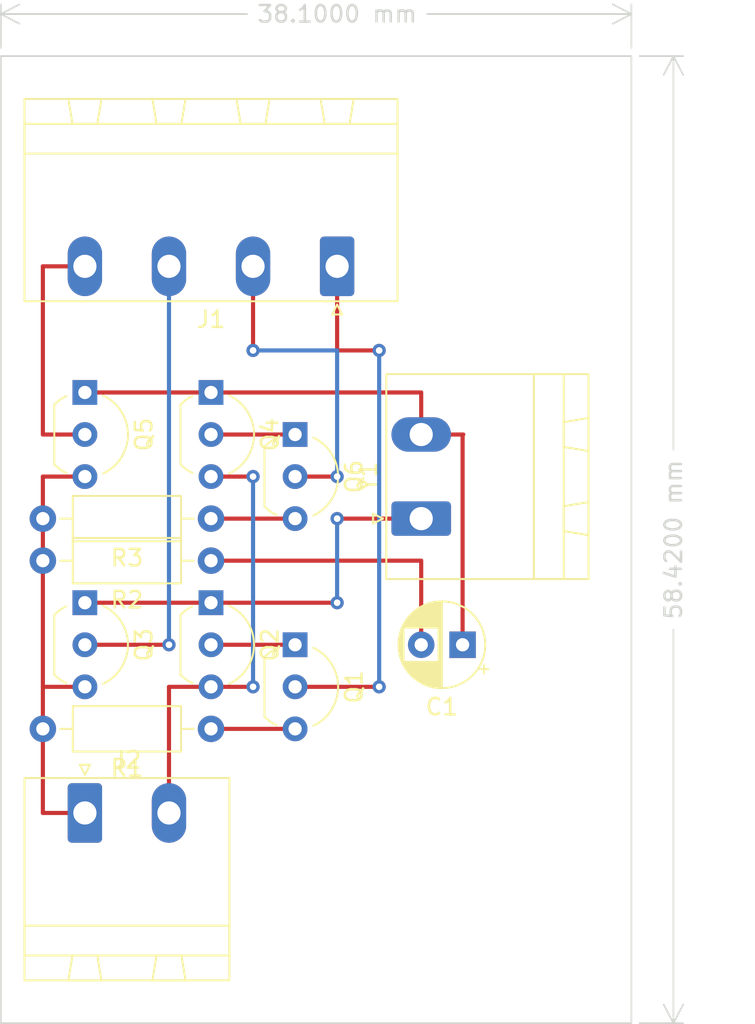
<source format=kicad_pcb>
(kicad_pcb (version 20211014) (generator pcbnew)
  (layers (0 "F.Cu" signal) (31 "B.Cu" signal) (34 "B.Paste" user) (35 "F.Paste" user) (36 "B.SilkS" user "B.Silkscreen") (37 "F.SilkS" user "F.Silkscreen") (38 "B.Mask" user) (39 "F.Mask" user) (44 "Edge.Cuts" user))
  (net 0 "")
  (net 1 "Net-(C1-Pad1)")
  (net 2 "Net-(C1-Pad2)")
  (net 3 "V11")
  (net 4 "V12")
  (net 5 "V21")
  (net 6 "V22")
  (net 7 "+10V")
  (net 8 "Earth")
  (net 9 "Net-(Q1-Pad1)")
  (net 10 "Net-(Q1-Pad3)")
  (net 11 "Net-(Q2-Pad1)")
  (net 12 "Net-(Q4-Pad2)")
  (net 13 "Net-(Q6-Pad3)")
  (footprint "Resistor_THT:R_Axial_DIN0207_L6.3mm_D2.5mm_P10.16mm_Horizontal" (layer "F.Cu") (at 154.94 96.52 180)
    (fp_text reference "R2" (at 5.08 -2.37) (layer "F.SilkS"))
    (fp_text value "1k")
    (fp_line (start 1.04 0) (end 1.81 0) (layer "F.SilkS") (width 0.12))
    (fp_line (start 9.12 0) (end 8.35 0) (layer "F.SilkS") (width 0.12))
    (fp_line (start 1.81 1.37) (end 8.35 1.37) (layer "F.SilkS") (width 0.12))
    (fp_line (start 8.35 1.37) (end 8.35 -1.37) (layer "F.SilkS") (width 0.12))
    (fp_line (start 8.35 -1.37) (end 1.81 -1.37) (layer "F.SilkS") (width 0.12))
    (fp_line (start 1.81 -1.37) (end 1.81 1.37) (layer "F.SilkS") (width 0.12))
    (pad "1" thru_hole circle (at 0 0 180) (size 1.6 1.6) (drill 0.8) (layers *.Cu *.Mask) (net 2 "Net-(C1-Pad2)"))
    (pad "2" thru_hole oval (at 10.16 0 180) (size 1.6 1.6) (drill 0.8) (layers *.Cu *.Mask) (net 8 "Earth"))
  )
  (footprint "Package_TO_SOT_THT:TO-92_Inline_Wide" (layer "F.Cu") (at 154.94 99.06 -90)
    (fp_text reference "Q2" (at 2.54 -3.56 90) (layer "F.SilkS"))
    (fp_text value "BC516")
    (fp_line (start 0.74 1.85) (end 4.34 1.85) (layer "F.SilkS") (width 0.12))
    (fp_arc (start 2.54 -2.6) (mid 3.936979 -2.192818) (end 4.8964 -1.098807) (layer "F.SilkS") (width 0.12))
    (fp_arc (start 0.74 1.85) (mid 0.446097 1.509328) (end 0.215816 1.122795) (layer "F.SilkS") (width 0.12))
    (fp_arc (start 0.1836 -1.098807) (mid 1.143021 -2.192817) (end 2.54 -2.6) (layer "F.SilkS") (width 0.12))
    (fp_arc (start 4.864184 1.122795) (mid 4.633903 1.509328) (end 4.34 1.85) (layer "F.SilkS") (width 0.12))
    (pad "1" thru_hole rect (at 0 0 270) (size 1.5 1.5) (drill 0.8) (layers *.Cu *.Mask) (net 11 "Net-(Q2-Pad1)"))
    (pad "2" thru_hole circle (at 2.54 0 270) (size 1.5 1.5) (drill 0.8) (layers *.Cu *.Mask) (net 9 "Net-(Q1-Pad1)"))
    (pad "3" thru_hole circle (at 5.08 0 270) (size 1.5 1.5) (drill 0.8) (layers *.Cu *.Mask) (net 7 "+10V"))
  )
  (footprint "Package_TO_SOT_THT:TO-92_Inline_Wide" (layer "F.Cu") (at 154.94 86.36 -90)
    (fp_text reference "Q4" (at 2.54 -3.56 90) (layer "F.SilkS"))
    (fp_text value "BC516")
    (fp_line (start 0.74 1.85) (end 4.34 1.85) (layer "F.SilkS") (width 0.12))
    (fp_arc (start 4.864184 1.122795) (mid 4.633903 1.509328) (end 4.34 1.85) (layer "F.SilkS") (width 0.12))
    (fp_arc (start 0.74 1.85) (mid 0.446097 1.509328) (end 0.215816 1.122795) (layer "F.SilkS") (width 0.12))
    (fp_arc (start 2.54 -2.6) (mid 3.936979 -2.192818) (end 4.8964 -1.098807) (layer "F.SilkS") (width 0.12))
    (fp_arc (start 0.1836 -1.098807) (mid 1.143021 -2.192817) (end 2.54 -2.6) (layer "F.SilkS") (width 0.12))
    (pad "1" thru_hole rect (at 0 0 270) (size 1.5 1.5) (drill 0.8) (layers *.Cu *.Mask) (net 1 "Net-(C1-Pad1)"))
    (pad "2" thru_hole circle (at 2.54 0 270) (size 1.5 1.5) (drill 0.8) (layers *.Cu *.Mask) (net 12 "Net-(Q4-Pad2)"))
    (pad "3" thru_hole circle (at 5.08 0 270) (size 1.5 1.5) (drill 0.8) (layers *.Cu *.Mask) (net 7 "+10V"))
  )
  (footprint "Package_TO_SOT_THT:TO-92_Inline_Wide" (layer "F.Cu") (at 147.32 99.06 -90)
    (fp_text reference "Q3" (at 2.54 -3.56 90) (layer "F.SilkS"))
    (fp_text value "BC517")
    (fp_line (start 0.74 1.85) (end 4.34 1.85) (layer "F.SilkS") (width 0.12))
    (fp_arc (start 4.864184 1.122795) (mid 4.633903 1.509328) (end 4.34 1.85) (layer "F.SilkS") (width 0.12))
    (fp_arc (start 0.74 1.85) (mid 0.446097 1.509328) (end 0.215816 1.122795) (layer "F.SilkS") (width 0.12))
    (fp_arc (start 0.1836 -1.098807) (mid 1.143021 -2.192817) (end 2.54 -2.6) (layer "F.SilkS") (width 0.12))
    (fp_arc (start 2.54 -2.6) (mid 3.936979 -2.192818) (end 4.8964 -1.098807) (layer "F.SilkS") (width 0.12))
    (pad "1" thru_hole rect (at 0 0 270) (size 1.5 1.5) (drill 0.8) (layers *.Cu *.Mask) (net 11 "Net-(Q2-Pad1)"))
    (pad "2" thru_hole circle (at 2.54 0 270) (size 1.5 1.5) (drill 0.8) (layers *.Cu *.Mask) (net 5 "V21"))
    (pad "3" thru_hole circle (at 5.08 0 270) (size 1.5 1.5) (drill 0.8) (layers *.Cu *.Mask) (net 8 "Earth"))
  )
  (footprint "Connector_Phoenix_MSTB:PhoenixContact_MSTBA_2,5_4-G-5,08_1x04_P5.08mm_Horizontal" (layer "F.Cu") (at 162.56 78.74 180)
    (fp_text reference "J1" (at 7.62 -3.2) (layer "F.SilkS"))
    (fp_text value "Kontrol")
    (fp_line (start 15.99 8.61) (end 14.49 8.61) (layer "F.SilkS") (width 0.12))
    (fp_line (start -3.65 8.61) (end -3.65 6.81) (layer "F.SilkS") (width 0.12))
    (fp_line (start 18.89 6.81) (end 18.89 8.61) (layer "F.SilkS") (width 0.12))
    (fp_line (start 5.83 8.61) (end 4.33 8.61) (layer "F.SilkS") (width 0.12))
    (fp_line (start 9.16 10.11) (end 11.16 10.11) (layer "F.SilkS") (width 0.12))
    (fp_line (start 9.41 8.61) (end 9.16 10.11) (layer "F.SilkS") (width 0.12))
    (fp_line (start 6.08 10.11) (end 5.83 8.61) (layer "F.SilkS") (width 0.12))
    (fp_line (start -0.75 8.61) (end -1 10.11) (layer "F.SilkS") (width 0.12))
    (fp_line (start 18.89 10.11) (end 18.89 -2.11) (layer "F.SilkS") (width 0.12))
    (fp_line (start 11.16 10.11) (end 10.91 8.61) (layer "F.SilkS") (width 0.12))
    (fp_line (start -1 10.11) (end 1 10.11) (layer "F.SilkS") (width 0.12))
    (fp_line (start 16.24 10.11) (end 15.99 8.61) (layer "F.SilkS") (width 0.12))
    (fp_line (start -0.3 -2.91) (end 0.3 -2.91) (layer "F.SilkS") (width 0.12))
    (fp_line (start 4.33 8.61) (end 4.08 10.11) (layer "F.SilkS") (width 0.12))
    (fp_line (start 18.89 8.61) (end -3.65 8.61) (layer "F.SilkS") (width 0.12))
    (fp_line (start 18.89 -2.11) (end -3.65 -2.11) (layer "F.SilkS") (width 0.12))
    (fp_line (start 0.3 -2.91) (end 0 -2.31) (layer "F.SilkS") (width 0.12))
    (fp_line (start 14.24 10.11) (end 16.24 10.11) (layer "F.SilkS") (width 0.12))
    (fp_line (start -3.65 -2.11) (end -3.65 10.11) (layer "F.SilkS") (width 0.12))
    (fp_line (start 4.08 10.11) (end 6.08 10.11) (layer "F.SilkS") (width 0.12))
    (fp_line (start 1 10.11) (end 0.75 8.61) (layer "F.SilkS") (width 0.12))
    (fp_line (start 0.75 8.61) (end -0.75 8.61) (layer "F.SilkS") (width 0.12))
    (fp_line (start -3.65 6.81) (end 18.89 6.81) (layer "F.SilkS") (width 0.12))
    (fp_line (start 0 -2.31) (end -0.3 -2.91) (layer "F.SilkS") (width 0.12))
    (fp_line (start -3.65 10.11) (end 18.89 10.11) (layer "F.SilkS") (width 0.12))
    (fp_line (start 14.49 8.61) (end 14.24 10.11) (layer "F.SilkS") (width 0.12))
    (fp_line (start 10.91 8.61) (end 9.41 8.61) (layer "F.SilkS") (width 0.12))
    (pad "1" thru_hole roundrect (at 0 0 180) (size 2.08 3.6) (drill 1.4) (layers *.Cu *.Mask) (roundrect_rratio 0.120192) (net 3 "V11"))
    (pad "2" thru_hole oval (at 5.08 0 180) (size 2.08 3.6) (drill 1.4) (layers *.Cu *.Mask) (net 4 "V12"))
    (pad "3" thru_hole oval (at 10.16 0 180) (size 2.08 3.6) (drill 1.4) (layers *.Cu *.Mask) (net 5 "V21"))
    (pad "4" thru_hole oval (at 15.24 0 180) (size 2.08 3.6) (drill 1.4) (layers *.Cu *.Mask) (net 6 "V22"))
  )
  (footprint "Connector_Phoenix_MSTB:PhoenixContact_MSTBA_2,5_2-G-5,08_1x02_P5.08mm_Horizontal" (layer "F.Cu") (at 167.64 93.98 90)
    (fp_text reference "Y1" (at 2.54 -3.2 90) (layer "F.SilkS"))
    (fp_text value "Transducer")
    (fp_line (start 8.73 -2.11) (end -3.65 -2.11) (layer "F.SilkS") (width 0.12))
    (fp_line (start 8.73 6.81) (end 8.73 8.61) (layer "F.SilkS") (width 0.12))
    (fp_line (start 6.08 10.11) (end 5.83 8.61) (layer "F.SilkS") (width 0.12))
    (fp_line (start -3.65 6.81) (end 8.73 6.81) (layer "F.SilkS") (width 0.12))
    (fp_line (start -1 10.11) (end 1 10.11) (layer "F.SilkS") (width 0.12))
    (fp_line (start 8.73 8.61) (end -3.65 8.61) (layer "F.SilkS") (width 0.12))
    (fp_line (start -0.75 8.61) (end -1 10.11) (layer "F.SilkS") (width 0.12))
    (fp_line (start -3.65 -2.11) (end -3.65 10.11) (layer "F.SilkS") (width 0.12))
    (fp_line (start -3.65 10.11) (end 8.73 10.11) (layer "F.SilkS") (width 0.12))
    (fp_line (start -3.65 8.61) (end -3.65 6.81) (layer "F.SilkS") (width 0.12))
    (fp_line (start 4.08 10.11) (end 6.08 10.11) (layer "F.SilkS") (width 0.12))
    (fp_line (start 1 10.11) (end 0.75 8.61) (layer "F.SilkS") (width 0.12))
    (fp_line (start -0.3 -2.91) (end 0.3 -2.91) (layer "F.SilkS") (width 0.12))
    (fp_line (start 0 -2.31) (end -0.3 -2.91) (layer "F.SilkS") (width 0.12))
    (fp_line (start 5.83 8.61) (end 4.33 8.61) (layer "F.SilkS") (width 0.12))
    (fp_line (start 0.3 -2.91) (end 0 -2.31) (layer "F.SilkS") (width 0.12))
    (fp_line (start 4.33 8.61) (end 4.08 10.11) (layer "F.SilkS") (width 0.12))
    (fp_line (start 8.73 10.11) (end 8.73 -2.11) (layer "F.SilkS") (width 0.12))
    (fp_line (start 0.75 8.61) (end -0.75 8.61) (layer "F.SilkS") (width 0.12))
    (pad "1" thru_hole roundrect (at 0 0 90) (size 2.08 3.6) (drill 1.4) (layers *.Cu *.Mask) (roundrect_rratio 0.120192) (net 11 "Net-(Q2-Pad1)"))
    (pad "2" thru_hole oval (at 5.08 0 90) (size 2.08 3.6) (drill 1.4) (layers *.Cu *.Mask) (net 1 "Net-(C1-Pad1)"))
  )
  (footprint "Resistor_THT:R_Axial_DIN0207_L6.3mm_D2.5mm_P10.16mm_Horizontal" (layer "F.Cu") (at 154.94 106.68 180)
    (fp_text reference "R1" (at 5.08 -2.37) (layer "F.SilkS"))
    (fp_text value "3.9k")
    (fp_line (start 1.04 0) (end 1.81 0) (layer "F.SilkS") (width 0.12))
    (fp_line (start 8.35 -1.37) (end 1.81 -1.37) (layer "F.SilkS") (width 0.12))
    (fp_line (start 9.12 0) (end 8.35 0) (layer "F.SilkS") (width 0.12))
    (fp_line (start 8.35 1.37) (end 8.35 -1.37) (layer "F.SilkS") (width 0.12))
    (fp_line (start 1.81 1.37) (end 8.35 1.37) (layer "F.SilkS") (width 0.12))
    (fp_line (start 1.81 -1.37) (end 1.81 1.37) (layer "F.SilkS") (width 0.12))
    (pad "1" thru_hole circle (at 0 0 180) (size 1.6 1.6) (drill 0.8) (layers *.Cu *.Mask) (net 10 "Net-(Q1-Pad3)"))
    (pad "2" thru_hole oval (at 10.16 0 180) (size 1.6 1.6) (drill 0.8) (layers *.Cu *.Mask) (net 8 "Earth"))
  )
  (footprint "Package_TO_SOT_THT:TO-92_Inline_Wide" (layer "F.Cu") (at 160.02 101.6 -90)
    (fp_text reference "Q1" (at 2.54 -3.56 90) (layer "F.SilkS"))
    (fp_text value "BC517")
    (fp_line (start 0.74 1.85) (end 4.34 1.85) (layer "F.SilkS") (width 0.12))
    (fp_arc (start 0.1836 -1.098807) (mid 1.143021 -2.192817) (end 2.54 -2.6) (layer "F.SilkS") (width 0.12))
    (fp_arc (start 2.54 -2.6) (mid 3.936979 -2.192818) (end 4.8964 -1.098807) (layer "F.SilkS") (width 0.12))
    (fp_arc (start 4.864184 1.122795) (mid 4.633903 1.509328) (end 4.34 1.85) (layer "F.SilkS") (width 0.12))
    (fp_arc (start 0.74 1.85) (mid 0.446097 1.509328) (end 0.215816 1.122795) (layer "F.SilkS") (width 0.12))
    (pad "1" thru_hole rect (at 0 0 270) (size 1.5 1.5) (drill 0.8) (layers *.Cu *.Mask) (net 9 "Net-(Q1-Pad1)"))
    (pad "2" thru_hole circle (at 2.54 0 270) (size 1.5 1.5) (drill 0.8) (layers *.Cu *.Mask) (net 3 "V11"))
    (pad "3" thru_hole circle (at 5.08 0 270) (size 1.5 1.5) (drill 0.8) (layers *.Cu *.Mask) (net 10 "Net-(Q1-Pad3)"))
  )
  (footprint "Capacitor_THT:CP_Radial_D5.0mm_P2.50mm" (layer "F.Cu") (at 170.14 101.6 180)
    (fp_text reference "C1" (at 1.25 -3.75) (layer "F.SilkS"))
    (fp_text value "10μ")
    (fp_line (start 3.091 1.04) (end 3.091 1.826) (layer "F.SilkS") (width 0.12))
    (fp_line (start 3.571 -1.178) (end 3.571 1.178) (layer "F.SilkS") (width 0.12))
    (fp_line (start 2.971 1.04) (end 2.971 1.937) (layer "F.SilkS") (width 0.12))
    (fp_line (start 3.451 -1.383) (end 3.451 -1.04) (layer "F.SilkS") (width 0.12))
    (fp_line (start 3.331 -1.554) (end 3.331 -1.04) (layer "F.SilkS") (width 0.12))
    (fp_line (start 2.291 -2.365) (end 2.291 -1.04) (layer "F.SilkS") (width 0.12))
    (fp_line (start 2.651 1.04) (end 2.651 2.175) (layer "F.SilkS") (width 0.12))
    (fp_line (start 1.57 -2.561) (end 1.57 -1.04) (layer "F.SilkS") (width 0.12))
    (fp_line (start 2.771 1.04) (end 2.771 2.095) (layer "F.SilkS") (width 0.12))
    (fp_line (start 3.371 1.04) (end 3.371 1.5) (layer "F.SilkS") (width 0.12))
    (fp_line (start 2.491 -2.268) (end 2.491 -1.04) (layer "F.SilkS") (width 0.12))
    (fp_line (start 3.211 -1.699) (end 3.211 -1.04) (layer "F.SilkS") (width 0.12))
    (fp_line (start 2.051 -2.455) (end 2.051 -1.04) (layer "F.SilkS") (width 0.12))
    (fp_line (start 1.89 1.04) (end 1.89 2.501) (layer "F.SilkS") (width 0.12))
    (fp_line (start 1.65 -2.55) (end 1.65 -1.04) (layer "F.SilkS") (width 0.12))
    (fp_line (start 2.651 -2.175) (end 2.651 -1.04) (layer "F.SilkS") (width 0.12))
    (fp_line (start 1.49 1.04) (end 1.49 2.569) (layer "F.SilkS") (width 0.12))
    (fp_line (start 1.77 1.04) (end 1.77 2.528) (layer "F.SilkS") (width 0.12))
    (fp_line (start 2.051 1.04) (end 2.051 2.455) (layer "F.SilkS") (width 0.12))
    (fp_line (start 1.73 -2.536) (end 1.73 -1.04) (layer "F.SilkS") (width 0.12))
    (fp_line (start 2.251 -2.382) (end 2.251 -1.04) (layer "F.SilkS") (width 0.12))
    (fp_line (start 1.49 -2.569) (end 1.49 -1.04) (layer "F.SilkS") (width 0.12))
    (fp_line (start 2.691 -2.149) (end 2.691 -1.04) (layer "F.SilkS") (width 0.12))
    (fp_line (start 3.011 1.04) (end 3.011 1.901) (layer "F.SilkS") (width 0.12))
    (fp_line (start 3.531 -1.251) (end 3.531 -1.04) (layer "F.SilkS") (width 0.12))
    (fp_line (start 1.37 -2.578) (end 1.37 2.578) (layer "F.SilkS") (width 0.12))
    (fp_line (start 2.411 -2.31) (end 2.411 -1.04) (layer "F.SilkS") (width 0.12))
    (fp_line (start 2.891 1.04) (end 2.891 2.004) (layer "F.SilkS") (width 0.12))
    (fp_line (start 3.611 -1.098) (end 3.611 1.098) (layer "F.SilkS") (width 0.12))
    (fp_line (start 1.69 -2.543) (end 1.69 -1.04) (layer "F.SilkS") (width 0.12))
    (fp_line (start 1.25 -2.58) (end 1.25 2.58) (layer "F.SilkS") (width 0.12))
    (fp_line (start 1.69 1.04) (end 1.69 2.543) (layer "F.SilkS") (width 0.12))
    (fp_line (start 2.411 1.04) (end 2.411 2.31) (layer "F.SilkS") (width 0.12))
    (fp_line (start 1.53 -2.565) (end 1.53 -1.04) (layer "F.SilkS") (width 0.12))
    (fp_line (start 1.73 1.04) (end 1.73 2.536) (layer "F.SilkS") (width 0.12))
    (fp_line (start 2.571 1.04) (end 2.571 2.224) (layer "F.SilkS") (width 0.12))
    (fp_line (start 1.971 -2.48) (end 1.971 -1.04) (layer "F.SilkS") (width 0.12))
    (fp_line (start 2.331 -2.348) (end 2.331 -1.04) (layer "F.SilkS") (width 0.12))
    (fp_line (start 1.61 -2.556) (end 1.61 -1.04) (layer "F.SilkS") (width 0.12))
    (fp_line (start 2.371 -2.329) (end 2.371 -1.04) (layer "F.SilkS") (width 0.12))
    (fp_line (start 1.85 1.04) (end 1.85 2.511) (layer "F.SilkS") (width 0.12))
    (fp_line (start 1.33 -2.579) (end 1.33 2.579) (layer "F.SilkS") (width 0.12))
    (fp_line (start 1.89 -2.501) (end 1.89 -1.04) (layer "F.SilkS") (width 0.12))
    (fp_line (start 1.81 -2.52) (end 1.81 -1.04) (layer "F.SilkS") (width 0.12))
    (fp_line (start 1.81 1.04) (end 1.81 2.52) (layer "F.SilkS") (width 0.12))
    (fp_line (start 2.171 -2.414) (end 2.171 -1.04) (layer "F.SilkS") (width 0.12))
    (fp_line (start 3.251 -1.653) (end 3.251 -1.04) (layer "F.SilkS") (width 0.12))
    (fp_line (start 3.691 -0.915) (end 3.691 0.915) (layer "F.SilkS") (width 0.12))
    (fp_line (start 3.491 1.04) (end 3.491 1.319) (layer "F.SilkS") (width 0.12))
    (fp_line (start 2.571 -2.224) (end 2.571 -1.04) (layer "F.SilkS") (width 0.12))
    (fp_line (start 2.731 1.04) (end 2.731 2.122) (layer "F.SilkS") (width 0.12))
    (fp_line (start 2.851 1.04) (end 2.851 2.035) (layer "F.SilkS") (width 0.12))
    (fp_line (start 3.451 1.04) (end 3.451 1.383) (layer "F.SilkS") (width 0.12))
    (fp_line (start 2.611 -2.2) (end 2.611 -1.04) (layer "F.SilkS") (width 0.12))
    (fp_line (start 1.61 1.04) (end 1.61 2.556) (layer "F.SilkS") (width 0.12))
    (fp_line (start 3.291 -1.605) (end 3.291 -1.04) (layer "F.SilkS") (width 0.12))
    (fp_line (start 2.331 1.04) (end 2.331 2.348) (layer "F.SilkS") (width 0.12))
    (fp_line (start 2.211 -2.398) (end 2.211 -1.04) (layer "F.SilkS") (width 0.12))
    (fp_line (start 3.251 1.04) (end 3.251 1.653) (layer "F.SilkS") (width 0.12))
    (fp_line (start 3.731 -0.805) (end 3.731 0.805) (layer "F.SilkS") (width 0.12))
    (fp_line (start 1.45 -2.573) (end 1.45 2.573) (layer "F.SilkS") (width 0.12))
    (fp_line (start 3.771 -0.677) (end 3.771 0.677) (layer "F.SilkS") (width 0.12))
    (fp_line (start 2.491 1.04) (end 2.491 2.268) (layer "F.SilkS") (width 0.12))
    (fp_line (start 2.971 -1.937) (end 2.971 -1.04) (layer "F.SilkS") (width 0.12))
    (fp_line (start 1.65 1.04) (end 1.65 2.55) (layer "F.SilkS") (width 0.12))
    (fp_line (start 3.131 1.04) (end 3.131 1.785) (layer "F.SilkS") (width 0.12))
    (fp_line (start 2.931 1.04) (end 2.931 1.971) (layer "F.SilkS") (width 0.12))
    (fp_line (start 1.971 1.04) (end 1.971 2.48) (layer "F.SilkS") (width 0.12))
    (fp_line (start 2.731 -2.122) (end 2.731 -1.04) (layer "F.SilkS") (width 0.12))
    (fp_line (start 3.651 -1.011) (end 3.651 1.011) (layer "F.SilkS") (width 0.12))
    (fp_line (start 1.29 -2.58) (end 1.29 2.58) (layer "F.SilkS") (width 0.12))
    (fp_line (start 2.171 1.04) (end 2.171 2.414) (layer "F.SilkS") (width 0.12))
    (fp_line (start 3.331 1.04) (end 3.331 1.554) (layer "F.SilkS") (width 0.12))
    (fp_line (start 2.451 1.04) (end 2.451 2.29) (layer "F.SilkS") (width 0.12))
    (fp_line (start 2.291 1.04) (end 2.291 2.365) (layer "F.SilkS") (width 0.12))
    (fp_line (start 1.57 1.04) (end 1.57 2.561) (layer "F.SilkS") (width 0.12))
    (fp_line (start 2.851 -2.035) (end 2.851 -1.04) (layer "F.SilkS") (width 0.12))
    (fp_line (start 3.531 1.04) (end 3.531 1.251) (layer "F.SilkS") (width 0.12))
    (fp_line (start 1.77 -2.528) (end 1.77 -1.04) (layer "F.SilkS") (width 0.12))
    (fp_line (start 3.051 1.04) (end 3.051 1.864) (layer "F.SilkS") (width 0.12))
    (fp_line (start 3.851 -0.284) (end 3.851 0.284) (layer "F.SilkS") (width 0.12))
    (fp_line (start 3.171 -1.743) (end 3.171 -1.04) (layer "F.SilkS") (width 0.12))
    (fp_line (start -1.304775 -1.725) (end -1.304775 -1.225) (layer "F.SilkS") (width 0.12))
    (fp_line (start 3.411 1.04) (end 3.411 1.443) (layer "F.SilkS") (width 0.12))
    (fp_line (start 2.131 -2.428) (end 2.131 -1.04) (layer "F.SilkS") (width 0.12))
    (fp_line (start 1.53 1.04) (end 1.53 2.565) (layer "F.SilkS") (width 0.12))
    (fp_line (start 2.451 -2.29) (end 2.451 -1.04) (layer "F.SilkS") (width 0.12))
    (fp_line (start 2.931 -1.971) (end 2.931 -1.04) (layer "F.SilkS") (width 0.12))
    (fp_line (start 2.371 1.04) (end 2.371 2.329) (layer "F.SilkS") (width 0.12))
    (fp_line (start 2.531 1.04) (end 2.531 2.247) (layer "F.SilkS") (width 0.12))
    (fp_line (start 2.211 1.04) (end 2.211 2.398) (layer "F.SilkS") (width 0.12))
    (fp_line (start 2.691 1.04) (end 2.691 2.149) (layer "F.SilkS") (width 0.12))
    (fp_line (start 1.93 1.04) (end 1.93 2.491) (layer "F.SilkS") (width 0.12))
    (fp_line (start 3.811 -0.518) (end 3.811 0.518) (layer "F.SilkS") (width 0.12))
    (fp_line (start -1.554775 -1.475) (end -1.054775 -1.475) (layer "F.SilkS") (width 0.12))
    (fp_line (start 2.011 1.04) (end 2.011 2.468) (layer "F.SilkS") (width 0.12))
    (fp_line (start 1.93 -2.491) (end 1.93 -1.04) (layer "F.SilkS") (width 0.12))
    (fp_line (start 2.251 1.04) (end 2.251 2.382) (layer "F.SilkS") (width 0.12))
    (fp_line (start 3.411 -1.443) (end 3.411 -1.04) (layer "F.SilkS") (width 0.12))
    (fp_line (start 1.41 -2.576) (end 1.41 2.576) (layer "F.SilkS") (width 0.12))
    (fp_line (start 1.85 -2.511) (end 1.85 -1.04) (layer "F.SilkS") (width 0.12))
    (fp_line (start 2.811 1.04) (end 2.811 2.065) (layer "F.SilkS") (width 0.12))
    (fp_line (start 3.091 -1.826) (end 3.091 -1.04) (layer "F.SilkS") (width 0.12))
    (fp_line (start 2.091 -2.442) (end 2.091 -1.04) (layer "F.SilkS") (width 0.12))
    (fp_line (start 3.011 -1.901) (end 3.011 -1.04) (layer "F.SilkS") (width 0.12))
    (fp_line (start 3.371 -1.5) (end 3.371 -1.04) (layer "F.SilkS") (width 0.12))
    (fp_line (start 2.891 -2.004) (end 2.891 -1.04) (layer "F.SilkS") (width 0.12))
    (fp_line (start 3.211 1.04) (end 3.211 1.699) (layer "F.SilkS") (width 0.12))
    (fp_line (start 2.771 -2.095) (end 2.771 -1.04) (layer "F.SilkS") (width 0.12))
    (fp_line (start 2.011 -2.468) (end 2.011 -1.04) (layer "F.SilkS") (width 0.12))
    (fp_line (start 3.171 1.04) (end 3.171 1.743) (layer "F.SilkS") (width 0.12))
    (fp_line (start 2.131 1.04) (end 2.131 2.428) (layer "F.SilkS") (width 0.12))
    (fp_line (start 3.051 -1.864) (end 3.051 -1.04) (layer "F.SilkS") (width 0.12))
    (fp_line (start 3.291 1.04) (end 3.291 1.605) (layer "F.SilkS") (width 0.12))
    (fp_line (start 2.811 -2.065) (end 2.811 -1.04) (layer "F.SilkS") (width 0.12))
    (fp_line (start 2.531 -2.247) (end 2.531 -1.04) (layer "F.SilkS") (width 0.12))
    (fp_line (start 2.091 1.04) (end 2.091 2.442) (layer "F.SilkS") (width 0.12))
    (fp_line (start 3.131 -1.785) (end 3.131 -1.04) (layer "F.SilkS") (width 0.12))
    (fp_line (start 2.611 1.04) (end 2.611 2.2) (layer "F.SilkS") (width 0.12))
    (fp_line (start 3.491 -1.319) (end 3.491 -1.04) (layer "F.SilkS") (width 0.12))
    (fp_circle (center 1.25 0) (end 3.87 0) (layer "F.SilkS") (width 0.12) (fill none))
    (pad "1" thru_hole rect (at 0 0 180) (size 1.6 1.6) (drill 0.8) (layers *.Cu *.Mask) (net 1 "Net-(C1-Pad1)"))
    (pad "2" thru_hole circle (at 2.5 0 180) (size 1.6 1.6) (drill 0.8) (layers *.Cu *.Mask) (net 2 "Net-(C1-Pad2)"))
  )
  (footprint "Package_TO_SOT_THT:TO-92_Inline_Wide" (layer "F.Cu") (at 147.32 86.36 -90)
    (fp_text reference "Q5" (at 2.54 -3.56 90) (layer "F.SilkS"))
    (fp_text value "BC517")
    (fp_line (start 0.74 1.85) (end 4.34 1.85) (layer "F.SilkS") (width 0.12))
    (fp_arc (start 2.54 -2.6) (mid 3.936979 -2.192818) (end 4.8964 -1.098807) (layer "F.SilkS") (width 0.12))
    (fp_arc (start 0.74 1.85) (mid 0.446097 1.509328) (end 0.215816 1.122795) (layer "F.SilkS") (width 0.12))
    (fp_arc (start 4.864184 1.122795) (mid 4.633903 1.509328) (end 4.34 1.85) (layer "F.SilkS") (width 0.12))
    (fp_arc (start 0.1836 -1.098807) (mid 1.143021 -2.192817) (end 2.54 -2.6) (layer "F.SilkS") (width 0.12))
    (pad "1" thru_hole rect (at 0 0 270) (size 1.5 1.5) (drill 0.8) (layers *.Cu *.Mask) (net 1 "Net-(C1-Pad1)"))
    (pad "2" thru_hole circle (at 2.54 0 270) (size 1.5 1.5) (drill 0.8) (layers *.Cu *.Mask) (net 6 "V22"))
    (pad "3" thru_hole circle (at 5.08 0 270) (size 1.5 1.5) (drill 0.8) (layers *.Cu *.Mask) (net 8 "Earth"))
  )
  (footprint "Package_TO_SOT_THT:TO-92_Inline_Wide" (layer "F.Cu") (at 160.02 88.9 -90)
    (fp_text reference "Q6" (at 2.54 -3.56 90) (layer "F.SilkS"))
    (fp_text value "BC517")
    (fp_line (start 0.74 1.85) (end 4.34 1.85) (layer "F.SilkS") (width 0.12))
    (fp_arc (start 4.864184 1.122795) (mid 4.633903 1.509328) (end 4.34 1.85) (layer "F.SilkS") (width 0.12))
    (fp_arc (start 2.54 -2.6) (mid 3.936979 -2.192818) (end 4.8964 -1.098807) (layer "F.SilkS") (width 0.12))
    (fp_arc (start 0.74 1.85) (mid 0.446097 1.509328) (end 0.215816 1.122795) (layer "F.SilkS") (width 0.12))
    (fp_arc (start 0.1836 -1.098807) (mid 1.143021 -2.192817) (end 2.54 -2.6) (layer "F.SilkS") (width 0.12))
    (pad "1" thru_hole rect (at 0 0 270) (size 1.5 1.5) (drill 0.8) (layers *.Cu *.Mask) (net 12 "Net-(Q4-Pad2)"))
    (pad "2" thru_hole circle (at 2.54 0 270) (size 1.5 1.5) (drill 0.8) (layers *.Cu *.Mask) (net 4 "V12"))
    (pad "3" thru_hole circle (at 5.08 0 270) (size 1.5 1.5) (drill 0.8) (layers *.Cu *.Mask) (net 13 "Net-(Q6-Pad3)"))
  )
  (footprint "Connector_Phoenix_MSTB:PhoenixContact_MSTBA_2,5_2-G-5,08_1x02_P5.08mm_Horizontal" (layer "F.Cu") (at 147.32 111.76)
    (fp_text reference "J2" (at 2.54 -3.2) (layer "F.SilkS"))
    (fp_text value "PWR")
    (fp_line (start 8.73 -2.11) (end -3.65 -2.11) (layer "F.SilkS") (width 0.12))
    (fp_line (start 6.08 10.11) (end 5.83 8.61) (layer "F.SilkS") (width 0.12))
    (fp_line (start 0 -2.31) (end -0.3 -2.91) (layer "F.SilkS") (width 0.12))
    (fp_line (start 0.75 8.61) (end -0.75 8.61) (layer "F.SilkS") (width 0.12))
    (fp_line (start 8.73 8.61) (end -3.65 8.61) (layer "F.SilkS") (width 0.12))
    (fp_line (start -3.65 6.81) (end 8.73 6.81) (layer "F.SilkS") (width 0.12))
    (fp_line (start 8.73 6.81) (end 8.73 8.61) (layer "F.SilkS") (width 0.12))
    (fp_line (start 8.73 10.11) (end 8.73 -2.11) (layer "F.SilkS") (width 0.12))
    (fp_line (start -3.65 10.11) (end 8.73 10.11) (layer "F.SilkS") (width 0.12))
    (fp_line (start -0.75 8.61) (end -1 10.11) (layer "F.SilkS") (width 0.12))
    (fp_line (start -1 10.11) (end 1 10.11) (layer "F.SilkS") (width 0.12))
    (fp_line (start 5.83 8.61) (end 4.33 8.61) (layer "F.SilkS") (width 0.12))
    (fp_line (start 1 10.11) (end 0.75 8.61) (layer "F.SilkS") (width 0.12))
    (fp_line (start 4.33 8.61) (end 4.08 10.11) (layer "F.SilkS") (width 0.12))
    (fp_line (start -3.65 -2.11) (end -3.65 10.11) (layer "F.SilkS") (width 0.12))
    (fp_line (start -0.3 -2.91) (end 0.3 -2.91) (layer "F.SilkS") (width 0.12))
    (fp_line (start 4.08 10.11) (end 6.08 10.11) (layer "F.SilkS") (width 0.12))
    (fp_line (start 0.3 -2.91) (end 0 -2.31) (layer "F.SilkS") (width 0.12))
    (fp_line (start -3.65 8.61) (end -3.65 6.81) (layer "F.SilkS") (width 0.12))
    (pad "1" thru_hole roundrect (at 0 0) (size 2.08 3.6) (drill 1.4) (layers *.Cu *.Mask) (roundrect_rratio 0.120192) (net 8 "Earth"))
    (pad "2" thru_hole oval (at 5.08 0) (size 2.08 3.6) (drill 1.4) (layers *.Cu *.Mask) (net 7 "+10V"))
  )
  (footprint "Resistor_THT:R_Axial_DIN0207_L6.3mm_D2.5mm_P10.16mm_Horizontal" (layer "F.Cu") (at 154.94 93.98 180)
    (fp_text reference "R3" (at 5.08 -2.37) (layer "F.SilkS"))
    (fp_text value "3.9k")
    (fp_line (start 8.35 1.37) (end 8.35 -1.37) (layer "F.SilkS") (width 0.12))
    (fp_line (start 1.81 -1.37) (end 1.81 1.37) (layer "F.SilkS") (width 0.12))
    (fp_line (start 1.81 1.37) (end 8.35 1.37) (layer "F.SilkS") (width 0.12))
    (fp_line (start 1.04 0) (end 1.81 0) (layer "F.SilkS") (width 0.12))
    (fp_line (start 9.12 0) (end 8.35 0) (layer "F.SilkS") (width 0.12))
    (fp_line (start 8.35 -1.37) (end 1.81 -1.37) (layer "F.SilkS") (width 0.12))
    (pad "1" thru_hole circle (at 0 0 180) (size 1.6 1.6) (drill 0.8) (layers *.Cu *.Mask) (net 13 "Net-(Q6-Pad3)"))
    (pad "2" thru_hole oval (at 10.16 0 180) (size 1.6 1.6) (drill 0.8) (layers *.Cu *.Mask) (net 8 "Earth"))
  )
  (gr_rect (start 142.24 66.04) (end 180.34 124.46) (layer "Edge.Cuts") (width 0.1) (fill none))
  (dimension (type aligned) (layer "Edge.Cuts") (pts (xy 180.34 66.04) (xy 142.24 66.04)) (height 2.54) (gr_text "38,1000 mm" (at 162.56 63.5) (layer "Edge.Cuts") (effects (font (size 1 1) (thickness 0.15)))) (format (units 3) (units_format 1) (precision 4)) (style (thickness 0.1) (arrow_length 1.27) (text_position_mode 2) (extension_height 0.58642) (extension_offset 0.5) keep_text_aligned))
  (dimension (type aligned) (layer "Edge.Cuts") (pts (xy 180.34 66.04) (xy 180.34 124.46)) (height -2.54) (gr_text "58,4200 mm" (at 182.88 95.25 90) (layer "Edge.Cuts") (effects (font (size 1 1) (thickness 0.15)))) (format (units 3) (units_format 1) (precision 4)) (style (thickness 0.1) (arrow_length 1.27) (text_position_mode 2) (extension_height 0.58642) (extension_offset 0.5) keep_text_aligned))
  (segment (start 154.94 86.36) (end 147.32 86.36) (width 0.25) (layer "F.Cu") (net 1))
  (segment (start 154.94 86.36) (end 167.64 86.36) (width 0.25) (layer "F.Cu") (net 1))
  (segment (start 170.18 88.9) (end 167.64 88.9) (width 0.25) (layer "F.Cu") (net 1))
  (segment (start 170.14 88.94) (end 170.18 88.9) (width 0.25) (layer "F.Cu") (net 1))
  (segment (start 167.64 86.36) (end 167.64 88.9) (width 0.25) (layer "F.Cu") (net 1))
  (segment (start 170.14 101.6) (end 170.14 88.94) (width 0.25) (layer "F.Cu") (net 1))
  (segment (start 154.94 96.52) (end 167.64 96.52) (width 0.25) (layer "F.Cu") (net 2))
  (segment (start 167.64 96.52) (end 167.64 101.6) (width 0.25) (layer "F.Cu") (net 2))
  (segment (start 165.1 83.82) (end 162.56 83.82) (width 0.25) (layer "F.Cu") (net 3))
  (segment (start 162.56 83.82) (end 162.56 78.74) (width 0.25) (layer "F.Cu") (net 3))
  (segment (start 160.02 104.14) (end 165.1 104.14) (width 0.25) (layer "F.Cu") (net 3))
  (via (at 165.1 83.82) (size 0.8) (drill 0.4) (layers "F.Cu" "B.Cu") (net 3))
  (via (at 165.1 104.14) (size 0.8) (drill 0.4) (layers "F.Cu" "B.Cu") (net 3))
  (segment (start 165.1 104.14) (end 165.1 83.82) (width 0.25) (layer "B.Cu") (net 3))
  (segment (start 157.48 83.82) (end 157.48 78.74) (width 0.25) (layer "F.Cu") (net 4))
  (segment (start 160.02 91.44) (end 162.56 91.44) (width 0.25) (layer "F.Cu") (net 4))
  (via (at 157.48 83.82) (size 0.8) (drill 0.4) (layers "F.Cu" "B.Cu") (net 4))
  (via (at 162.56 91.44) (size 0.8) (drill 0.4) (layers "F.Cu" "B.Cu") (net 4))
  (segment (start 162.56 91.44) (end 162.56 83.82) (width 0.25) (layer "B.Cu") (net 4))
  (segment (start 162.56 83.82) (end 157.48 83.82) (width 0.25) (layer "B.Cu") (net 4))
  (segment (start 147.32 101.6) (end 152.4 101.6) (width 0.25) (layer "F.Cu") (net 5))
  (via (at 152.4 101.6) (size 0.8) (drill 0.4) (layers "F.Cu" "B.Cu") (net 5))
  (segment (start 152.4 101.6) (end 152.4 78.74) (width 0.25) (layer "B.Cu") (net 5))
  (segment (start 144.78 88.9) (end 144.78 78.74) (width 0.25) (layer "F.Cu") (net 6))
  (segment (start 147.32 88.9) (end 144.78 88.9) (width 0.25) (layer "F.Cu") (net 6))
  (segment (start 144.78 78.74) (end 147.32 78.74) (width 0.25) (layer "F.Cu") (net 6))
  (segment (start 152.4 104.14) (end 154.94 104.14) (width 0.25) (layer "F.Cu") (net 7))
  (segment (start 154.94 91.44) (end 157.48 91.44) (width 0.25) (layer "F.Cu") (net 7))
  (segment (start 152.4 111.76) (end 152.4 104.14) (width 0.25) (layer "F.Cu") (net 7))
  (segment (start 157.48 104.14) (end 154.94 104.14) (width 0.25) (layer "F.Cu") (net 7))
  (via (at 157.48 91.44) (size 0.8) (drill 0.4) (layers "F.Cu" "B.Cu") (net 7))
  (via (at 157.48 104.14) (size 0.8) (drill 0.4) (layers "F.Cu" "B.Cu") (net 7))
  (segment (start 157.48 91.44) (end 157.48 104.14) (width 0.25) (layer "B.Cu") (net 7))
  (segment (start 147.32 91.44) (end 144.78 91.44) (width 0.25) (layer "F.Cu") (net 8))
  (segment (start 144.78 106.68) (end 144.78 111.76) (width 0.25) (layer "F.Cu") (net 8))
  (segment (start 144.78 104.14) (end 144.78 106.68) (width 0.25) (layer "F.Cu") (net 8))
  (segment (start 144.78 93.98) (end 144.78 104.14) (width 0.25) (layer "F.Cu") (net 8))
  (segment (start 144.78 111.76) (end 147.32 111.76) (width 0.25) (layer "F.Cu") (net 8))
  (segment (start 147.32 104.14) (end 144.78 104.14) (width 0.25) (layer "F.Cu") (net 8))
  (segment (start 144.78 91.44) (end 144.78 93.98) (width 0.25) (layer "F.Cu") (net 8))
  (segment (start 160.02 101.6) (end 154.94 101.6) (width 0.25) (layer "F.Cu") (net 9))
  (segment (start 154.94 106.68) (end 160.02 106.68) (width 0.25) (layer "F.Cu") (net 10))
  (segment (start 162.56 99.06) (end 154.94 99.06) (width 0.25) (layer "F.Cu") (net 11))
  (segment (start 167.64 93.98) (end 162.56 93.98) (width 0.25) (layer "F.Cu") (net 11))
  (segment (start 147.32 99.06) (end 154.94 99.06) (width 0.25) (layer "F.Cu") (net 11))
  (via (at 162.56 93.98) (size 0.8) (drill 0.4) (layers "F.Cu" "B.Cu") (net 11))
  (via (at 162.56 99.06) (size 0.8) (drill 0.4) (layers "F.Cu" "B.Cu") (net 11))
  (segment (start 162.56 93.98) (end 162.56 99.06) (width 0.25) (layer "B.Cu") (net 11))
  (segment (start 160.02 88.9) (end 154.94 88.9) (width 0.25) (layer "F.Cu") (net 12))
  (segment (start 154.94 93.98) (end 160.02 93.98) (width 0.25) (layer "F.Cu") (net 13))
)
</source>
